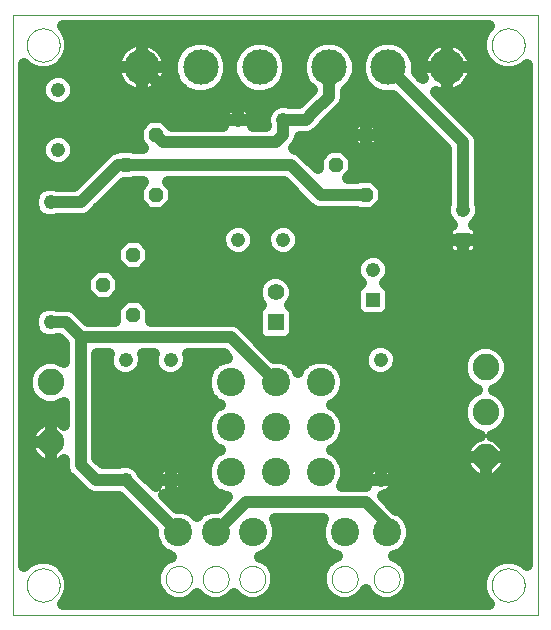
<source format=gtl>
G75*
G70*
%OFA0B0*%
%FSLAX24Y24*%
%IPPOS*%
%LPD*%
%AMOC8*
5,1,8,0,0,1.08239X$1,22.5*
%
%ADD10C,0.0000*%
%ADD11OC8,0.0476*%
%ADD12C,0.0476*%
%ADD13C,0.1181*%
%ADD14R,0.0476X0.0476*%
%ADD15C,0.0554*%
%ADD16R,0.0554X0.0554*%
%ADD17C,0.0886*%
%ADD18C,0.0945*%
%ADD19C,0.0400*%
D10*
X000302Y000302D02*
X000302Y020298D01*
X017797Y020298D01*
X017797Y000302D01*
X000302Y000302D01*
X000751Y001302D02*
X000753Y001349D01*
X000759Y001395D01*
X000769Y001441D01*
X000782Y001486D01*
X000800Y001529D01*
X000821Y001571D01*
X000845Y001611D01*
X000873Y001648D01*
X000904Y001683D01*
X000938Y001716D01*
X000974Y001745D01*
X001013Y001771D01*
X001054Y001794D01*
X001097Y001813D01*
X001141Y001829D01*
X001186Y001841D01*
X001232Y001849D01*
X001279Y001853D01*
X001325Y001853D01*
X001372Y001849D01*
X001418Y001841D01*
X001463Y001829D01*
X001507Y001813D01*
X001550Y001794D01*
X001591Y001771D01*
X001630Y001745D01*
X001666Y001716D01*
X001700Y001683D01*
X001731Y001648D01*
X001759Y001611D01*
X001783Y001571D01*
X001804Y001529D01*
X001822Y001486D01*
X001835Y001441D01*
X001845Y001395D01*
X001851Y001349D01*
X001853Y001302D01*
X001851Y001255D01*
X001845Y001209D01*
X001835Y001163D01*
X001822Y001118D01*
X001804Y001075D01*
X001783Y001033D01*
X001759Y000993D01*
X001731Y000956D01*
X001700Y000921D01*
X001666Y000888D01*
X001630Y000859D01*
X001591Y000833D01*
X001550Y000810D01*
X001507Y000791D01*
X001463Y000775D01*
X001418Y000763D01*
X001372Y000755D01*
X001325Y000751D01*
X001279Y000751D01*
X001232Y000755D01*
X001186Y000763D01*
X001141Y000775D01*
X001097Y000791D01*
X001054Y000810D01*
X001013Y000833D01*
X000974Y000859D01*
X000938Y000888D01*
X000904Y000921D01*
X000873Y000956D01*
X000845Y000993D01*
X000821Y001033D01*
X000800Y001075D01*
X000782Y001118D01*
X000769Y001163D01*
X000759Y001209D01*
X000753Y001255D01*
X000751Y001302D01*
X005394Y001502D02*
X005396Y001543D01*
X005402Y001584D01*
X005412Y001624D01*
X005425Y001663D01*
X005442Y001700D01*
X005463Y001736D01*
X005487Y001770D01*
X005514Y001801D01*
X005543Y001829D01*
X005576Y001855D01*
X005610Y001877D01*
X005647Y001896D01*
X005685Y001911D01*
X005725Y001923D01*
X005765Y001931D01*
X005806Y001935D01*
X005848Y001935D01*
X005889Y001931D01*
X005929Y001923D01*
X005969Y001911D01*
X006007Y001896D01*
X006043Y001877D01*
X006078Y001855D01*
X006111Y001829D01*
X006140Y001801D01*
X006167Y001770D01*
X006191Y001736D01*
X006212Y001700D01*
X006229Y001663D01*
X006242Y001624D01*
X006252Y001584D01*
X006258Y001543D01*
X006260Y001502D01*
X006258Y001461D01*
X006252Y001420D01*
X006242Y001380D01*
X006229Y001341D01*
X006212Y001304D01*
X006191Y001268D01*
X006167Y001234D01*
X006140Y001203D01*
X006111Y001175D01*
X006078Y001149D01*
X006044Y001127D01*
X006007Y001108D01*
X005969Y001093D01*
X005929Y001081D01*
X005889Y001073D01*
X005848Y001069D01*
X005806Y001069D01*
X005765Y001073D01*
X005725Y001081D01*
X005685Y001093D01*
X005647Y001108D01*
X005611Y001127D01*
X005576Y001149D01*
X005543Y001175D01*
X005514Y001203D01*
X005487Y001234D01*
X005463Y001268D01*
X005442Y001304D01*
X005425Y001341D01*
X005412Y001380D01*
X005402Y001420D01*
X005396Y001461D01*
X005394Y001502D01*
X006619Y001502D02*
X006621Y001543D01*
X006627Y001584D01*
X006637Y001624D01*
X006650Y001663D01*
X006667Y001700D01*
X006688Y001736D01*
X006712Y001770D01*
X006739Y001801D01*
X006768Y001829D01*
X006801Y001855D01*
X006835Y001877D01*
X006872Y001896D01*
X006910Y001911D01*
X006950Y001923D01*
X006990Y001931D01*
X007031Y001935D01*
X007073Y001935D01*
X007114Y001931D01*
X007154Y001923D01*
X007194Y001911D01*
X007232Y001896D01*
X007268Y001877D01*
X007303Y001855D01*
X007336Y001829D01*
X007365Y001801D01*
X007392Y001770D01*
X007416Y001736D01*
X007437Y001700D01*
X007454Y001663D01*
X007467Y001624D01*
X007477Y001584D01*
X007483Y001543D01*
X007485Y001502D01*
X007483Y001461D01*
X007477Y001420D01*
X007467Y001380D01*
X007454Y001341D01*
X007437Y001304D01*
X007416Y001268D01*
X007392Y001234D01*
X007365Y001203D01*
X007336Y001175D01*
X007303Y001149D01*
X007269Y001127D01*
X007232Y001108D01*
X007194Y001093D01*
X007154Y001081D01*
X007114Y001073D01*
X007073Y001069D01*
X007031Y001069D01*
X006990Y001073D01*
X006950Y001081D01*
X006910Y001093D01*
X006872Y001108D01*
X006836Y001127D01*
X006801Y001149D01*
X006768Y001175D01*
X006739Y001203D01*
X006712Y001234D01*
X006688Y001268D01*
X006667Y001304D01*
X006650Y001341D01*
X006637Y001380D01*
X006627Y001420D01*
X006621Y001461D01*
X006619Y001502D01*
X007844Y001502D02*
X007846Y001543D01*
X007852Y001584D01*
X007862Y001624D01*
X007875Y001663D01*
X007892Y001700D01*
X007913Y001736D01*
X007937Y001770D01*
X007964Y001801D01*
X007993Y001829D01*
X008026Y001855D01*
X008060Y001877D01*
X008097Y001896D01*
X008135Y001911D01*
X008175Y001923D01*
X008215Y001931D01*
X008256Y001935D01*
X008298Y001935D01*
X008339Y001931D01*
X008379Y001923D01*
X008419Y001911D01*
X008457Y001896D01*
X008493Y001877D01*
X008528Y001855D01*
X008561Y001829D01*
X008590Y001801D01*
X008617Y001770D01*
X008641Y001736D01*
X008662Y001700D01*
X008679Y001663D01*
X008692Y001624D01*
X008702Y001584D01*
X008708Y001543D01*
X008710Y001502D01*
X008708Y001461D01*
X008702Y001420D01*
X008692Y001380D01*
X008679Y001341D01*
X008662Y001304D01*
X008641Y001268D01*
X008617Y001234D01*
X008590Y001203D01*
X008561Y001175D01*
X008528Y001149D01*
X008494Y001127D01*
X008457Y001108D01*
X008419Y001093D01*
X008379Y001081D01*
X008339Y001073D01*
X008298Y001069D01*
X008256Y001069D01*
X008215Y001073D01*
X008175Y001081D01*
X008135Y001093D01*
X008097Y001108D01*
X008061Y001127D01*
X008026Y001149D01*
X007993Y001175D01*
X007964Y001203D01*
X007937Y001234D01*
X007913Y001268D01*
X007892Y001304D01*
X007875Y001341D01*
X007862Y001380D01*
X007852Y001420D01*
X007846Y001461D01*
X007844Y001502D01*
X010919Y001502D02*
X010921Y001543D01*
X010927Y001584D01*
X010937Y001624D01*
X010950Y001663D01*
X010967Y001700D01*
X010988Y001736D01*
X011012Y001770D01*
X011039Y001801D01*
X011068Y001829D01*
X011101Y001855D01*
X011135Y001877D01*
X011172Y001896D01*
X011210Y001911D01*
X011250Y001923D01*
X011290Y001931D01*
X011331Y001935D01*
X011373Y001935D01*
X011414Y001931D01*
X011454Y001923D01*
X011494Y001911D01*
X011532Y001896D01*
X011568Y001877D01*
X011603Y001855D01*
X011636Y001829D01*
X011665Y001801D01*
X011692Y001770D01*
X011716Y001736D01*
X011737Y001700D01*
X011754Y001663D01*
X011767Y001624D01*
X011777Y001584D01*
X011783Y001543D01*
X011785Y001502D01*
X011783Y001461D01*
X011777Y001420D01*
X011767Y001380D01*
X011754Y001341D01*
X011737Y001304D01*
X011716Y001268D01*
X011692Y001234D01*
X011665Y001203D01*
X011636Y001175D01*
X011603Y001149D01*
X011569Y001127D01*
X011532Y001108D01*
X011494Y001093D01*
X011454Y001081D01*
X011414Y001073D01*
X011373Y001069D01*
X011331Y001069D01*
X011290Y001073D01*
X011250Y001081D01*
X011210Y001093D01*
X011172Y001108D01*
X011136Y001127D01*
X011101Y001149D01*
X011068Y001175D01*
X011039Y001203D01*
X011012Y001234D01*
X010988Y001268D01*
X010967Y001304D01*
X010950Y001341D01*
X010937Y001380D01*
X010927Y001420D01*
X010921Y001461D01*
X010919Y001502D01*
X012319Y001502D02*
X012321Y001543D01*
X012327Y001584D01*
X012337Y001624D01*
X012350Y001663D01*
X012367Y001700D01*
X012388Y001736D01*
X012412Y001770D01*
X012439Y001801D01*
X012468Y001829D01*
X012501Y001855D01*
X012535Y001877D01*
X012572Y001896D01*
X012610Y001911D01*
X012650Y001923D01*
X012690Y001931D01*
X012731Y001935D01*
X012773Y001935D01*
X012814Y001931D01*
X012854Y001923D01*
X012894Y001911D01*
X012932Y001896D01*
X012968Y001877D01*
X013003Y001855D01*
X013036Y001829D01*
X013065Y001801D01*
X013092Y001770D01*
X013116Y001736D01*
X013137Y001700D01*
X013154Y001663D01*
X013167Y001624D01*
X013177Y001584D01*
X013183Y001543D01*
X013185Y001502D01*
X013183Y001461D01*
X013177Y001420D01*
X013167Y001380D01*
X013154Y001341D01*
X013137Y001304D01*
X013116Y001268D01*
X013092Y001234D01*
X013065Y001203D01*
X013036Y001175D01*
X013003Y001149D01*
X012969Y001127D01*
X012932Y001108D01*
X012894Y001093D01*
X012854Y001081D01*
X012814Y001073D01*
X012773Y001069D01*
X012731Y001069D01*
X012690Y001073D01*
X012650Y001081D01*
X012610Y001093D01*
X012572Y001108D01*
X012536Y001127D01*
X012501Y001149D01*
X012468Y001175D01*
X012439Y001203D01*
X012412Y001234D01*
X012388Y001268D01*
X012367Y001304D01*
X012350Y001341D01*
X012337Y001380D01*
X012327Y001420D01*
X012321Y001461D01*
X012319Y001502D01*
X016251Y001302D02*
X016253Y001349D01*
X016259Y001395D01*
X016269Y001441D01*
X016282Y001486D01*
X016300Y001529D01*
X016321Y001571D01*
X016345Y001611D01*
X016373Y001648D01*
X016404Y001683D01*
X016438Y001716D01*
X016474Y001745D01*
X016513Y001771D01*
X016554Y001794D01*
X016597Y001813D01*
X016641Y001829D01*
X016686Y001841D01*
X016732Y001849D01*
X016779Y001853D01*
X016825Y001853D01*
X016872Y001849D01*
X016918Y001841D01*
X016963Y001829D01*
X017007Y001813D01*
X017050Y001794D01*
X017091Y001771D01*
X017130Y001745D01*
X017166Y001716D01*
X017200Y001683D01*
X017231Y001648D01*
X017259Y001611D01*
X017283Y001571D01*
X017304Y001529D01*
X017322Y001486D01*
X017335Y001441D01*
X017345Y001395D01*
X017351Y001349D01*
X017353Y001302D01*
X017351Y001255D01*
X017345Y001209D01*
X017335Y001163D01*
X017322Y001118D01*
X017304Y001075D01*
X017283Y001033D01*
X017259Y000993D01*
X017231Y000956D01*
X017200Y000921D01*
X017166Y000888D01*
X017130Y000859D01*
X017091Y000833D01*
X017050Y000810D01*
X017007Y000791D01*
X016963Y000775D01*
X016918Y000763D01*
X016872Y000755D01*
X016825Y000751D01*
X016779Y000751D01*
X016732Y000755D01*
X016686Y000763D01*
X016641Y000775D01*
X016597Y000791D01*
X016554Y000810D01*
X016513Y000833D01*
X016474Y000859D01*
X016438Y000888D01*
X016404Y000921D01*
X016373Y000956D01*
X016345Y000993D01*
X016321Y001033D01*
X016300Y001075D01*
X016282Y001118D01*
X016269Y001163D01*
X016259Y001209D01*
X016253Y001255D01*
X016251Y001302D01*
X016251Y019302D02*
X016253Y019349D01*
X016259Y019395D01*
X016269Y019441D01*
X016282Y019486D01*
X016300Y019529D01*
X016321Y019571D01*
X016345Y019611D01*
X016373Y019648D01*
X016404Y019683D01*
X016438Y019716D01*
X016474Y019745D01*
X016513Y019771D01*
X016554Y019794D01*
X016597Y019813D01*
X016641Y019829D01*
X016686Y019841D01*
X016732Y019849D01*
X016779Y019853D01*
X016825Y019853D01*
X016872Y019849D01*
X016918Y019841D01*
X016963Y019829D01*
X017007Y019813D01*
X017050Y019794D01*
X017091Y019771D01*
X017130Y019745D01*
X017166Y019716D01*
X017200Y019683D01*
X017231Y019648D01*
X017259Y019611D01*
X017283Y019571D01*
X017304Y019529D01*
X017322Y019486D01*
X017335Y019441D01*
X017345Y019395D01*
X017351Y019349D01*
X017353Y019302D01*
X017351Y019255D01*
X017345Y019209D01*
X017335Y019163D01*
X017322Y019118D01*
X017304Y019075D01*
X017283Y019033D01*
X017259Y018993D01*
X017231Y018956D01*
X017200Y018921D01*
X017166Y018888D01*
X017130Y018859D01*
X017091Y018833D01*
X017050Y018810D01*
X017007Y018791D01*
X016963Y018775D01*
X016918Y018763D01*
X016872Y018755D01*
X016825Y018751D01*
X016779Y018751D01*
X016732Y018755D01*
X016686Y018763D01*
X016641Y018775D01*
X016597Y018791D01*
X016554Y018810D01*
X016513Y018833D01*
X016474Y018859D01*
X016438Y018888D01*
X016404Y018921D01*
X016373Y018956D01*
X016345Y018993D01*
X016321Y019033D01*
X016300Y019075D01*
X016282Y019118D01*
X016269Y019163D01*
X016259Y019209D01*
X016253Y019255D01*
X016251Y019302D01*
X000751Y019302D02*
X000753Y019349D01*
X000759Y019395D01*
X000769Y019441D01*
X000782Y019486D01*
X000800Y019529D01*
X000821Y019571D01*
X000845Y019611D01*
X000873Y019648D01*
X000904Y019683D01*
X000938Y019716D01*
X000974Y019745D01*
X001013Y019771D01*
X001054Y019794D01*
X001097Y019813D01*
X001141Y019829D01*
X001186Y019841D01*
X001232Y019849D01*
X001279Y019853D01*
X001325Y019853D01*
X001372Y019849D01*
X001418Y019841D01*
X001463Y019829D01*
X001507Y019813D01*
X001550Y019794D01*
X001591Y019771D01*
X001630Y019745D01*
X001666Y019716D01*
X001700Y019683D01*
X001731Y019648D01*
X001759Y019611D01*
X001783Y019571D01*
X001804Y019529D01*
X001822Y019486D01*
X001835Y019441D01*
X001845Y019395D01*
X001851Y019349D01*
X001853Y019302D01*
X001851Y019255D01*
X001845Y019209D01*
X001835Y019163D01*
X001822Y019118D01*
X001804Y019075D01*
X001783Y019033D01*
X001759Y018993D01*
X001731Y018956D01*
X001700Y018921D01*
X001666Y018888D01*
X001630Y018859D01*
X001591Y018833D01*
X001550Y018810D01*
X001507Y018791D01*
X001463Y018775D01*
X001418Y018763D01*
X001372Y018755D01*
X001325Y018751D01*
X001279Y018751D01*
X001232Y018755D01*
X001186Y018763D01*
X001141Y018775D01*
X001097Y018791D01*
X001054Y018810D01*
X001013Y018833D01*
X000974Y018859D01*
X000938Y018888D01*
X000904Y018921D01*
X000873Y018956D01*
X000845Y018993D01*
X000821Y019033D01*
X000800Y019075D01*
X000782Y019118D01*
X000769Y019163D01*
X000759Y019209D01*
X000753Y019255D01*
X000751Y019302D01*
D11*
X004052Y015302D03*
X005052Y014302D03*
X005052Y016302D03*
X004302Y012302D03*
X003302Y011302D03*
X004302Y010302D03*
X011052Y015302D03*
X012052Y014302D03*
X012052Y016302D03*
D12*
X009302Y016802D03*
X007802Y016802D03*
X007802Y012802D03*
X009302Y012802D03*
X012302Y011802D03*
X012552Y008802D03*
X012552Y004802D03*
X005552Y004802D03*
X004052Y004802D03*
X004052Y008802D03*
X005552Y008802D03*
X001552Y010052D03*
X001552Y014052D03*
X001802Y015802D03*
X001802Y017802D03*
X015302Y013802D03*
D13*
X014771Y018552D03*
X012802Y018552D03*
X010834Y018552D03*
X008521Y018552D03*
X006552Y018552D03*
X004584Y018552D03*
D14*
X012302Y010802D03*
X015302Y012802D03*
D15*
X009052Y011052D03*
D16*
X009052Y010052D03*
D17*
X016052Y008552D03*
X016052Y007052D03*
X016052Y005552D03*
X001552Y006052D03*
X001552Y008052D03*
D18*
X005802Y003052D03*
X007052Y003052D03*
X008302Y003052D03*
X007552Y005052D03*
X007552Y006552D03*
X007552Y008052D03*
X009052Y008052D03*
X009052Y006552D03*
X009052Y005052D03*
X010552Y005052D03*
X010552Y006552D03*
X010552Y008052D03*
X011352Y003052D03*
X012752Y003052D03*
D19*
X012752Y003352D01*
X012052Y004052D01*
X008052Y004052D01*
X007052Y003052D01*
X006427Y003605D02*
X006274Y003758D01*
X005968Y003885D01*
X005762Y003885D01*
X005339Y004307D01*
X005346Y004304D01*
X005426Y004278D01*
X005510Y004265D01*
X005552Y004265D01*
X005552Y004802D01*
X005015Y004802D01*
X005015Y004760D01*
X005028Y004676D01*
X005054Y004596D01*
X005057Y004589D01*
X004597Y005050D01*
X004559Y005141D01*
X004391Y005309D01*
X004171Y005400D01*
X003933Y005400D01*
X003842Y005362D01*
X003284Y005362D01*
X003112Y005534D01*
X003112Y008992D01*
X003484Y008992D01*
X003455Y008921D01*
X003455Y008683D01*
X003546Y008464D01*
X003714Y008296D01*
X003933Y008205D01*
X004171Y008205D01*
X004391Y008296D01*
X004559Y008464D01*
X004650Y008683D01*
X004650Y008921D01*
X004621Y008992D01*
X004984Y008992D01*
X004955Y008921D01*
X004955Y008683D01*
X005046Y008464D01*
X005214Y008296D01*
X005433Y008205D01*
X005671Y008205D01*
X005891Y008296D01*
X006059Y008464D01*
X006150Y008683D01*
X006150Y008921D01*
X006121Y008992D01*
X007320Y008992D01*
X007428Y008885D01*
X007387Y008885D01*
X007081Y008758D01*
X006847Y008524D01*
X006720Y008218D01*
X006720Y007887D01*
X006847Y007581D01*
X007081Y007347D01*
X007188Y007302D01*
X007081Y007258D01*
X006847Y007024D01*
X006720Y006718D01*
X006720Y006387D01*
X006847Y006081D01*
X007081Y005847D01*
X007188Y005802D01*
X007081Y005758D01*
X006847Y005524D01*
X006720Y005218D01*
X006720Y004887D01*
X006847Y004581D01*
X007081Y004347D01*
X007387Y004220D01*
X007428Y004220D01*
X007093Y003885D01*
X006887Y003885D01*
X006581Y003758D01*
X006427Y003605D01*
X005802Y003052D02*
X004052Y004802D01*
X003052Y004802D01*
X002552Y005302D01*
X002552Y009552D01*
X007552Y009552D01*
X009052Y008052D01*
X009524Y008758D02*
X009218Y008885D01*
X009012Y008885D01*
X007870Y010027D01*
X007664Y010112D01*
X007441Y010112D01*
X004900Y010112D01*
X004900Y010550D01*
X004550Y010900D01*
X004055Y010900D01*
X003705Y010550D01*
X003705Y010112D01*
X002784Y010112D01*
X002370Y010527D01*
X002164Y010612D01*
X001941Y010612D01*
X001763Y010612D01*
X001671Y010650D01*
X001433Y010650D01*
X001214Y010559D01*
X001046Y010391D01*
X000955Y010171D01*
X000955Y009933D01*
X001046Y009714D01*
X001214Y009546D01*
X001433Y009455D01*
X001671Y009455D01*
X001763Y009492D01*
X001820Y009492D01*
X001992Y009320D01*
X001992Y008739D01*
X001712Y008855D01*
X001393Y008855D01*
X001098Y008733D01*
X000872Y008507D01*
X000749Y008212D01*
X000749Y007893D01*
X000872Y007598D01*
X001098Y007372D01*
X001393Y007249D01*
X001712Y007249D01*
X001992Y007366D01*
X001992Y006651D01*
X001966Y006671D01*
X001882Y006720D01*
X001792Y006757D01*
X001698Y006783D01*
X001601Y006795D01*
X001553Y006795D01*
X001553Y006053D01*
X001552Y006053D01*
X001552Y006795D01*
X001504Y006795D01*
X001407Y006783D01*
X001313Y006757D01*
X001223Y006720D01*
X001139Y006671D01*
X001061Y006612D01*
X000993Y006543D01*
X000933Y006466D01*
X000885Y006382D01*
X000847Y006292D01*
X000822Y006198D01*
X000809Y006101D01*
X000809Y006053D01*
X001552Y006053D01*
X001552Y006052D01*
X001553Y006052D01*
X001553Y005309D01*
X001601Y005309D01*
X001698Y005322D01*
X001792Y005347D01*
X001882Y005385D01*
X001966Y005433D01*
X001992Y005454D01*
X001992Y005191D01*
X002078Y004985D01*
X002235Y004828D01*
X002735Y004328D01*
X002941Y004242D01*
X003164Y004242D01*
X003820Y004242D01*
X004970Y003093D01*
X004970Y002887D01*
X005097Y002581D01*
X005331Y002347D01*
X005562Y002251D01*
X005378Y002175D01*
X005155Y001952D01*
X005034Y001660D01*
X005034Y001345D01*
X005155Y001053D01*
X005378Y000830D01*
X005670Y000709D01*
X005985Y000709D01*
X006277Y000830D01*
X006440Y000993D01*
X006603Y000830D01*
X006895Y000709D01*
X007210Y000709D01*
X007502Y000830D01*
X007665Y000993D01*
X007828Y000830D01*
X008120Y000709D01*
X008435Y000709D01*
X008727Y000830D01*
X008950Y001053D01*
X009070Y001345D01*
X009070Y001660D01*
X008950Y001952D01*
X008727Y002175D01*
X008543Y002251D01*
X008774Y002347D01*
X009008Y002581D01*
X009135Y002887D01*
X009135Y003218D01*
X009021Y003492D01*
X010634Y003492D01*
X010520Y003218D01*
X010520Y002887D01*
X010647Y002581D01*
X010881Y002347D01*
X011100Y002256D01*
X010903Y002175D01*
X010680Y001952D01*
X010559Y001660D01*
X010559Y001345D01*
X010680Y001053D01*
X010903Y000830D01*
X011195Y000709D01*
X011510Y000709D01*
X011802Y000830D01*
X012025Y001053D01*
X012052Y001120D01*
X012080Y001053D01*
X012303Y000830D01*
X012595Y000709D01*
X012910Y000709D01*
X013202Y000830D01*
X013425Y001053D01*
X013545Y001345D01*
X013545Y001660D01*
X013425Y001952D01*
X013202Y002175D01*
X013005Y002256D01*
X013224Y002347D01*
X013458Y002581D01*
X013585Y002887D01*
X013585Y003218D01*
X013458Y003524D01*
X013224Y003758D01*
X013078Y003818D01*
X012627Y004270D01*
X012678Y004278D01*
X012759Y004304D01*
X012834Y004342D01*
X012903Y004392D01*
X012963Y004452D01*
X013012Y004520D01*
X013051Y004596D01*
X013077Y004676D01*
X013090Y004760D01*
X013090Y004802D01*
X012553Y004802D01*
X012553Y004803D01*
X012552Y004803D01*
X012552Y005340D01*
X012510Y005340D01*
X012426Y005327D01*
X012346Y005301D01*
X012270Y005262D01*
X012202Y005213D01*
X012142Y005153D01*
X012092Y005084D01*
X012054Y005009D01*
X012028Y004928D01*
X012015Y004845D01*
X012015Y004803D01*
X012552Y004803D01*
X012552Y004802D01*
X012015Y004802D01*
X012015Y004760D01*
X012028Y004676D01*
X012049Y004612D01*
X011271Y004612D01*
X011385Y004887D01*
X011385Y005218D01*
X011258Y005524D01*
X011024Y005758D01*
X010917Y005802D01*
X011024Y005847D01*
X011258Y006081D01*
X011385Y006387D01*
X011385Y006718D01*
X011258Y007024D01*
X011024Y007258D01*
X010917Y007302D01*
X011024Y007347D01*
X011258Y007581D01*
X011385Y007887D01*
X011385Y008218D01*
X011258Y008524D01*
X011024Y008758D01*
X010718Y008885D01*
X010387Y008885D01*
X010081Y008758D01*
X009847Y008524D01*
X009802Y008417D01*
X009758Y008524D01*
X009524Y008758D01*
X009610Y008672D02*
X009995Y008672D01*
X009533Y009470D02*
X009635Y009571D01*
X009689Y009704D01*
X009689Y010401D01*
X009635Y010533D01*
X009535Y010634D01*
X009592Y010691D01*
X009689Y010926D01*
X009689Y011179D01*
X009592Y011413D01*
X009413Y011592D01*
X009179Y011689D01*
X008926Y011689D01*
X008691Y011592D01*
X008512Y011413D01*
X008415Y011179D01*
X008415Y010926D01*
X008512Y010691D01*
X008570Y010634D01*
X008470Y010533D01*
X008415Y010401D01*
X008415Y009704D01*
X008470Y009571D01*
X008571Y009470D01*
X008704Y009415D01*
X009401Y009415D01*
X009533Y009470D01*
X009531Y009469D02*
X017437Y009469D01*
X017437Y009070D02*
X016670Y009070D01*
X016733Y009007D02*
X016507Y009233D01*
X016212Y009355D01*
X015893Y009355D01*
X015598Y009233D01*
X015372Y009007D01*
X015249Y008712D01*
X015249Y008393D01*
X015372Y008098D01*
X015598Y007872D01*
X015765Y007802D01*
X015598Y007733D01*
X015372Y007507D01*
X015249Y007212D01*
X015249Y006893D01*
X015372Y006598D01*
X015598Y006372D01*
X015850Y006267D01*
X015813Y006257D01*
X015723Y006220D01*
X015639Y006171D01*
X015561Y006112D01*
X015493Y006043D01*
X015433Y005966D01*
X015385Y005882D01*
X011059Y005882D01*
X011275Y005483D02*
X015312Y005483D01*
X015309Y005504D02*
X015322Y005407D01*
X015347Y005313D01*
X015385Y005223D01*
X015433Y005139D01*
X015493Y005061D01*
X015561Y004993D01*
X015639Y004933D01*
X015723Y004885D01*
X015813Y004847D01*
X015907Y004822D01*
X016004Y004809D01*
X016052Y004809D01*
X016052Y005552D01*
X015309Y005552D01*
X015309Y005504D01*
X015309Y005553D02*
X016052Y005553D01*
X016052Y005552D01*
X016053Y005552D01*
X016053Y005553D01*
X016795Y005553D01*
X016795Y005601D01*
X016783Y005698D01*
X016757Y005792D01*
X016720Y005882D01*
X017437Y005882D01*
X017437Y006281D02*
X016287Y006281D01*
X016292Y006257D02*
X016255Y006267D01*
X016507Y006372D01*
X016733Y006598D01*
X016855Y006893D01*
X016855Y007212D01*
X016733Y007507D01*
X016507Y007733D01*
X016340Y007802D01*
X016507Y007872D01*
X016733Y008098D01*
X016855Y008393D01*
X016855Y008712D01*
X016733Y009007D01*
X016855Y008672D02*
X017437Y008672D01*
X017437Y008273D02*
X016806Y008273D01*
X016510Y007875D02*
X017437Y007875D01*
X017437Y007476D02*
X016746Y007476D01*
X016855Y007078D02*
X017437Y007078D01*
X017437Y006679D02*
X016767Y006679D01*
X016466Y006171D02*
X016382Y006220D01*
X016292Y006257D01*
X016466Y006171D02*
X016543Y006112D01*
X016612Y006043D01*
X016671Y005966D01*
X016720Y005882D01*
X016795Y005552D02*
X016053Y005552D01*
X016053Y004809D01*
X016101Y004809D01*
X016198Y004822D01*
X016292Y004847D01*
X016382Y004885D01*
X016466Y004933D01*
X016543Y004993D01*
X016612Y005061D01*
X016671Y005139D01*
X016720Y005223D01*
X016757Y005313D01*
X016783Y005407D01*
X016795Y005504D01*
X016795Y005552D01*
X016793Y005483D02*
X017437Y005483D01*
X017437Y005085D02*
X016630Y005085D01*
X016053Y005085D02*
X016052Y005085D01*
X016052Y005483D02*
X016053Y005483D01*
X015475Y005085D02*
X013012Y005085D01*
X013012Y005084D02*
X012963Y005153D01*
X012903Y005213D01*
X012834Y005262D01*
X012759Y005301D01*
X012678Y005327D01*
X012595Y005340D01*
X012553Y005340D01*
X012553Y004803D01*
X013090Y004803D01*
X013090Y004845D01*
X013077Y004928D01*
X013051Y005009D01*
X013012Y005084D01*
X013078Y004686D02*
X017437Y004686D01*
X017437Y004288D02*
X012709Y004288D01*
X013007Y003889D02*
X017437Y003889D01*
X017437Y003491D02*
X013472Y003491D01*
X013585Y003092D02*
X017437Y003092D01*
X017437Y002694D02*
X013505Y002694D01*
X013099Y002295D02*
X017437Y002295D01*
X017318Y002075D02*
X016984Y002214D01*
X016621Y002214D01*
X016286Y002075D01*
X016030Y001818D01*
X015891Y001484D01*
X015891Y001121D01*
X016030Y000786D01*
X016154Y000662D01*
X001951Y000662D01*
X002075Y000786D01*
X002214Y001121D01*
X002214Y001484D01*
X002075Y001818D01*
X001818Y002075D01*
X001484Y002214D01*
X001121Y002214D01*
X000786Y002075D01*
X000662Y001951D01*
X000662Y018654D01*
X000786Y018530D01*
X001121Y018391D01*
X001484Y018391D01*
X001818Y018530D01*
X002075Y018786D01*
X002214Y019121D01*
X002214Y019484D01*
X002075Y019818D01*
X001955Y019938D01*
X016150Y019938D01*
X016030Y019818D01*
X015891Y019484D01*
X015891Y019121D01*
X016030Y018786D01*
X016286Y018530D01*
X016621Y018391D01*
X016984Y018391D01*
X017318Y018530D01*
X017437Y018649D01*
X017437Y001956D01*
X017318Y002075D01*
X016108Y001897D02*
X013447Y001897D01*
X013545Y001498D02*
X015897Y001498D01*
X015900Y001099D02*
X013444Y001099D01*
X012061Y001099D02*
X012044Y001099D01*
X011005Y002295D02*
X008649Y002295D01*
X008972Y001897D02*
X010657Y001897D01*
X010559Y001498D02*
X009070Y001498D01*
X008969Y001099D02*
X010661Y001099D01*
X010600Y002694D02*
X009055Y002694D01*
X009135Y003092D02*
X010520Y003092D01*
X010633Y003491D02*
X009022Y003491D01*
X007097Y003889D02*
X005757Y003889D01*
X005678Y004278D02*
X005595Y004265D01*
X005553Y004265D01*
X005553Y004802D01*
X005553Y004803D01*
X005552Y004803D01*
X005552Y005340D01*
X005510Y005340D01*
X005426Y005327D01*
X005346Y005301D01*
X005270Y005262D01*
X005202Y005213D01*
X005142Y005153D01*
X005092Y005084D01*
X005054Y005009D01*
X005028Y004928D01*
X005015Y004845D01*
X005015Y004803D01*
X005552Y004803D01*
X005552Y004802D01*
X005553Y004802D01*
X006090Y004802D01*
X006090Y004760D01*
X006077Y004676D01*
X006051Y004596D01*
X006012Y004520D01*
X005963Y004452D01*
X005903Y004392D01*
X005834Y004342D01*
X005759Y004304D01*
X005678Y004278D01*
X005709Y004288D02*
X007223Y004288D01*
X006803Y004686D02*
X006078Y004686D01*
X006090Y004803D02*
X006090Y004845D01*
X006077Y004928D01*
X006051Y005009D01*
X006012Y005084D01*
X005963Y005153D01*
X005903Y005213D01*
X005834Y005262D01*
X005759Y005301D01*
X005678Y005327D01*
X005595Y005340D01*
X005553Y005340D01*
X005553Y004803D01*
X006090Y004803D01*
X006012Y005085D02*
X006720Y005085D01*
X006830Y005483D02*
X003163Y005483D01*
X003112Y005882D02*
X007045Y005882D01*
X006764Y006281D02*
X003112Y006281D01*
X003112Y006679D02*
X006720Y006679D01*
X006900Y007078D02*
X003112Y007078D01*
X003112Y007476D02*
X006951Y007476D01*
X006725Y007875D02*
X003112Y007875D01*
X003112Y008273D02*
X003768Y008273D01*
X003459Y008672D02*
X003112Y008672D01*
X002552Y009552D02*
X002052Y010052D01*
X001552Y010052D01*
X000994Y010266D02*
X000662Y010266D01*
X000662Y010664D02*
X003819Y010664D01*
X003550Y010705D02*
X003900Y011055D01*
X003900Y011550D01*
X003550Y011900D01*
X003055Y011900D01*
X002705Y011550D01*
X002705Y011055D01*
X003055Y010705D01*
X003550Y010705D01*
X003705Y010266D02*
X002631Y010266D01*
X002705Y011063D02*
X000662Y011063D01*
X000662Y011462D02*
X002705Y011462D01*
X003015Y011860D02*
X000662Y011860D01*
X000662Y012259D02*
X003705Y012259D01*
X003705Y012055D02*
X004055Y011705D01*
X004550Y011705D01*
X004900Y012055D01*
X004900Y012550D01*
X004550Y012900D01*
X004055Y012900D01*
X003705Y012550D01*
X003705Y012055D01*
X003590Y011860D02*
X003899Y011860D01*
X003900Y011462D02*
X008561Y011462D01*
X008415Y011063D02*
X003900Y011063D01*
X004706Y011860D02*
X011705Y011860D01*
X011705Y011921D02*
X011705Y011683D01*
X011796Y011464D01*
X011898Y011361D01*
X011861Y011345D01*
X011759Y011244D01*
X011705Y011112D01*
X011705Y010493D01*
X011759Y010361D01*
X011861Y010259D01*
X011993Y010205D01*
X012612Y010205D01*
X012744Y010259D01*
X012845Y010361D01*
X012900Y010493D01*
X012900Y011112D01*
X012845Y011244D01*
X012744Y011345D01*
X012706Y011361D01*
X012809Y011464D01*
X012900Y011683D01*
X012900Y011921D01*
X012809Y012141D01*
X012641Y012309D01*
X012421Y012400D01*
X012183Y012400D01*
X011964Y012309D01*
X011796Y012141D01*
X011705Y011921D01*
X011913Y012259D02*
X009552Y012259D01*
X009641Y012296D02*
X009421Y012205D01*
X009183Y012205D01*
X008964Y012296D01*
X008796Y012464D01*
X008705Y012683D01*
X008705Y012921D01*
X008796Y013141D01*
X008964Y013309D01*
X009183Y013400D01*
X009421Y013400D01*
X009641Y013309D01*
X009809Y013141D01*
X009900Y012921D01*
X009900Y012683D01*
X009809Y012464D01*
X009641Y012296D01*
X009889Y012657D02*
X014765Y012657D01*
X014765Y012535D02*
X014776Y012477D01*
X014799Y012422D01*
X014832Y012373D01*
X014873Y012332D01*
X014922Y012299D01*
X014977Y012276D01*
X015035Y012265D01*
X015302Y012265D01*
X015302Y012802D01*
X015303Y012802D01*
X015303Y012803D01*
X015840Y012803D01*
X015840Y013070D01*
X015829Y013128D01*
X015806Y013182D01*
X015773Y013231D01*
X015731Y013273D01*
X015682Y013306D01*
X015660Y013315D01*
X015809Y013464D01*
X015900Y013683D01*
X015900Y013921D01*
X015862Y014013D01*
X015862Y015941D01*
X015862Y016164D01*
X015777Y016370D01*
X014408Y017739D01*
X014484Y017707D01*
X014597Y017677D01*
X014712Y017662D01*
X014771Y017662D01*
X014829Y017662D01*
X014945Y017677D01*
X015058Y017707D01*
X015166Y017752D01*
X015267Y017810D01*
X015359Y017881D01*
X015442Y017964D01*
X015513Y018057D01*
X015571Y018158D01*
X015616Y018265D01*
X015646Y018378D01*
X015661Y018494D01*
X015661Y018552D01*
X014771Y018552D01*
X014771Y017662D01*
X014771Y018552D01*
X014771Y018552D01*
X014771Y018553D01*
X014771Y018553D01*
X014771Y019443D01*
X014829Y019443D01*
X014945Y019428D01*
X015058Y019397D01*
X015166Y019353D01*
X015267Y019294D01*
X015359Y019223D01*
X015442Y019141D01*
X015513Y019048D01*
X015571Y018947D01*
X015616Y018839D01*
X015646Y018726D01*
X015661Y018611D01*
X015661Y018553D01*
X014771Y018553D01*
X014771Y019443D01*
X014712Y019443D01*
X014597Y019428D01*
X014484Y019397D01*
X014376Y019353D01*
X014275Y019294D01*
X014182Y019223D01*
X014100Y019141D01*
X014029Y019048D01*
X013970Y018947D01*
X013926Y018839D01*
X013896Y018726D01*
X013880Y018611D01*
X013880Y018553D01*
X014770Y018553D01*
X014770Y018552D01*
X013880Y018552D01*
X013880Y018494D01*
X013896Y018378D01*
X013926Y018265D01*
X013957Y018189D01*
X013753Y018394D01*
X013753Y018741D01*
X013608Y019091D01*
X013341Y019358D01*
X012991Y019503D01*
X012613Y019503D01*
X012264Y019358D01*
X011997Y019091D01*
X011852Y018741D01*
X011852Y018363D01*
X011997Y018014D01*
X012264Y017747D01*
X012613Y017602D01*
X012961Y017602D01*
X014742Y015820D01*
X014742Y014013D01*
X014705Y013921D01*
X014705Y013683D01*
X014796Y013464D01*
X014944Y013315D01*
X014922Y013306D01*
X014873Y013273D01*
X014832Y013231D01*
X014799Y013182D01*
X014776Y013128D01*
X014765Y013070D01*
X014765Y012803D01*
X015302Y012803D01*
X015302Y012802D01*
X014765Y012802D01*
X014765Y012535D01*
X014765Y013056D02*
X009844Y013056D01*
X010235Y013828D02*
X010441Y013742D01*
X011767Y013742D01*
X011805Y013705D01*
X012300Y013705D01*
X012650Y014055D01*
X012650Y014550D01*
X012300Y014900D01*
X011805Y014900D01*
X011767Y014862D01*
X011458Y014862D01*
X011650Y015055D01*
X011650Y015550D01*
X011300Y015900D01*
X010805Y015900D01*
X010455Y015550D01*
X010455Y015192D01*
X009870Y015777D01*
X009664Y015862D01*
X009654Y015862D01*
X009777Y015985D01*
X009862Y016191D01*
X009862Y016242D01*
X010164Y016242D01*
X010370Y016328D01*
X010527Y016485D01*
X010777Y016735D01*
X011309Y017267D01*
X011394Y017472D01*
X011394Y017695D01*
X011394Y017768D01*
X011640Y018014D01*
X011784Y018363D01*
X011784Y018741D01*
X011640Y019091D01*
X011372Y019358D01*
X011023Y019503D01*
X010645Y019503D01*
X010295Y019358D01*
X010028Y019091D01*
X009883Y018741D01*
X009883Y018363D01*
X010028Y018014D01*
X010250Y017792D01*
X009985Y017527D01*
X009820Y017362D01*
X009512Y017362D01*
X009421Y017400D01*
X009183Y017400D01*
X008964Y017309D01*
X008796Y017141D01*
X008705Y016921D01*
X008705Y016683D01*
X008734Y016612D01*
X008306Y016612D01*
X008327Y016676D01*
X008340Y016760D01*
X008340Y016802D01*
X007803Y016802D01*
X007803Y016803D01*
X007802Y016803D01*
X007802Y017340D01*
X007760Y017340D01*
X007676Y017327D01*
X007596Y017301D01*
X007520Y017262D01*
X007452Y017213D01*
X007392Y017153D01*
X007342Y017084D01*
X007304Y017009D01*
X007278Y016928D01*
X007265Y016845D01*
X007265Y016803D01*
X007802Y016803D01*
X007802Y016802D01*
X007265Y016802D01*
X007265Y016760D01*
X007278Y016676D01*
X007299Y016612D01*
X005588Y016612D01*
X005300Y016900D01*
X004805Y016900D01*
X004455Y016550D01*
X004455Y016055D01*
X004647Y015862D01*
X004338Y015862D01*
X004300Y015900D01*
X003805Y015900D01*
X003767Y015862D01*
X003691Y015862D01*
X003485Y015777D01*
X002320Y014612D01*
X001763Y014612D01*
X001671Y014650D01*
X001433Y014650D01*
X000662Y014650D01*
X000662Y015048D02*
X002756Y015048D01*
X002358Y014650D02*
X001672Y014650D01*
X001433Y014650D02*
X001214Y014559D01*
X001046Y014391D01*
X000955Y014171D01*
X000955Y013933D01*
X001046Y013714D01*
X001214Y013546D01*
X001433Y013455D01*
X001671Y013455D01*
X001763Y013492D01*
X002664Y013492D01*
X002870Y013578D01*
X003027Y013735D01*
X003996Y014705D01*
X004300Y014705D01*
X004338Y014742D01*
X004647Y014742D01*
X004455Y014550D01*
X004455Y014055D01*
X004805Y013705D01*
X005300Y013705D01*
X005650Y014055D01*
X005650Y014550D01*
X005458Y014742D01*
X009320Y014742D01*
X010078Y013985D01*
X010235Y013828D01*
X010210Y013853D02*
X005448Y013853D01*
X005650Y014251D02*
X009811Y014251D01*
X009413Y014650D02*
X005550Y014650D01*
X004555Y014650D02*
X003942Y014650D01*
X003543Y014251D02*
X004455Y014251D01*
X004656Y013853D02*
X003145Y013853D01*
X002552Y014052D02*
X001552Y014052D01*
X000988Y013853D02*
X000662Y013853D01*
X000662Y014251D02*
X000988Y014251D01*
X000662Y013454D02*
X014805Y013454D01*
X014705Y013853D02*
X012448Y013853D01*
X012650Y014251D02*
X014742Y014251D01*
X014742Y014650D02*
X012550Y014650D01*
X012052Y014302D02*
X010552Y014302D01*
X009552Y015302D01*
X004052Y015302D01*
X003802Y015302D01*
X002552Y014052D01*
X002141Y015296D02*
X001921Y015205D01*
X001683Y015205D01*
X001464Y015296D01*
X001296Y015464D01*
X001205Y015683D01*
X001205Y015921D01*
X001296Y016141D01*
X001464Y016309D01*
X001683Y016400D01*
X001921Y016400D01*
X002141Y016309D01*
X002309Y016141D01*
X002400Y015921D01*
X002400Y015683D01*
X002309Y015464D01*
X002141Y015296D01*
X002292Y015447D02*
X003155Y015447D01*
X003650Y015846D02*
X002400Y015846D01*
X002206Y016244D02*
X004455Y016244D01*
X004547Y016643D02*
X000662Y016643D01*
X000662Y017041D02*
X007321Y017041D01*
X007289Y016643D02*
X005557Y016643D01*
X005052Y016302D02*
X005302Y016052D01*
X009052Y016052D01*
X009302Y016302D01*
X009302Y016802D01*
X010052Y016802D01*
X010302Y017052D01*
X010834Y017584D01*
X010834Y018552D01*
X011193Y019432D02*
X012443Y019432D01*
X011973Y019034D02*
X011663Y019034D01*
X011784Y018635D02*
X011852Y018635D01*
X011904Y018237D02*
X011732Y018237D01*
X011464Y017838D02*
X012172Y017838D01*
X012802Y018552D02*
X015302Y016052D01*
X015302Y013802D01*
X015900Y013853D02*
X017437Y013853D01*
X017437Y014251D02*
X015862Y014251D01*
X015862Y014650D02*
X017437Y014650D01*
X017437Y015048D02*
X015862Y015048D01*
X015862Y015447D02*
X017437Y015447D01*
X017437Y015846D02*
X015862Y015846D01*
X015829Y016244D02*
X017437Y016244D01*
X017437Y016643D02*
X015504Y016643D01*
X015105Y017041D02*
X017437Y017041D01*
X017437Y017440D02*
X014707Y017440D01*
X014771Y017838D02*
X014771Y017838D01*
X014771Y018237D02*
X014771Y018237D01*
X014771Y018635D02*
X014771Y018635D01*
X014771Y019034D02*
X014771Y019034D01*
X014771Y019432D02*
X014771Y019432D01*
X014909Y019432D02*
X015891Y019432D01*
X015927Y019034D02*
X015521Y019034D01*
X015658Y018635D02*
X016181Y018635D01*
X015604Y018237D02*
X017437Y018237D01*
X017424Y018635D02*
X017437Y018635D01*
X017437Y017838D02*
X015303Y017838D01*
X014021Y019034D02*
X013632Y019034D01*
X013753Y018635D02*
X013884Y018635D01*
X013910Y018237D02*
X013938Y018237D01*
X013123Y017440D02*
X011380Y017440D01*
X011083Y017041D02*
X013522Y017041D01*
X013920Y016643D02*
X012473Y016643D01*
X012590Y016525D02*
X012275Y016840D01*
X012053Y016840D01*
X012053Y016303D01*
X012590Y016303D01*
X012590Y016525D01*
X012590Y016302D02*
X012053Y016302D01*
X012053Y016303D01*
X012052Y016303D01*
X012052Y016840D01*
X011830Y016840D01*
X011515Y016525D01*
X011515Y016303D01*
X012052Y016303D01*
X012052Y016302D01*
X012053Y016302D01*
X012053Y015765D01*
X012275Y015765D01*
X012590Y016080D01*
X012590Y016302D01*
X012590Y016244D02*
X014319Y016244D01*
X014717Y015846D02*
X012356Y015846D01*
X012053Y015846D02*
X012052Y015846D01*
X012052Y015765D02*
X012052Y016302D01*
X011515Y016302D01*
X011515Y016080D01*
X011830Y015765D01*
X012052Y015765D01*
X011749Y015846D02*
X011355Y015846D01*
X011515Y016244D02*
X010168Y016244D01*
X010685Y016643D02*
X011632Y016643D01*
X012052Y016643D02*
X012053Y016643D01*
X012052Y016244D02*
X012053Y016244D01*
X011650Y015447D02*
X014742Y015447D01*
X014742Y015048D02*
X011644Y015048D01*
X010750Y015846D02*
X009704Y015846D01*
X010200Y015447D02*
X010455Y015447D01*
X008721Y016643D02*
X008316Y016643D01*
X008340Y016803D02*
X008340Y016845D01*
X008327Y016928D01*
X008301Y017009D01*
X008262Y017084D01*
X008213Y017153D01*
X008153Y017213D01*
X008084Y017262D01*
X008009Y017301D01*
X007928Y017327D01*
X007845Y017340D01*
X007803Y017340D01*
X007803Y016803D01*
X008340Y016803D01*
X008284Y017041D02*
X008754Y017041D01*
X008710Y017602D02*
X008332Y017602D01*
X007982Y017747D01*
X007715Y018014D01*
X007570Y018363D01*
X007570Y018741D01*
X007715Y019091D01*
X007982Y019358D01*
X008332Y019503D01*
X008710Y019503D01*
X009059Y019358D01*
X009327Y019091D01*
X009471Y018741D01*
X009471Y018363D01*
X009327Y018014D01*
X009059Y017747D01*
X008710Y017602D01*
X009151Y017838D02*
X010204Y017838D01*
X009936Y018237D02*
X009419Y018237D01*
X009471Y018635D02*
X009883Y018635D01*
X010004Y019034D02*
X009350Y019034D01*
X008880Y019432D02*
X010475Y019432D01*
X009898Y017440D02*
X002285Y017440D01*
X002309Y017464D02*
X002400Y017683D01*
X002400Y017921D01*
X002309Y018141D01*
X002141Y018309D01*
X001921Y018400D01*
X001683Y018400D01*
X001464Y018309D01*
X001296Y018141D01*
X001205Y017921D01*
X001205Y017683D01*
X001296Y017464D01*
X001464Y017296D01*
X001683Y017205D01*
X001921Y017205D01*
X002141Y017296D01*
X002309Y017464D01*
X002400Y017838D02*
X004052Y017838D01*
X004088Y017810D02*
X004189Y017752D01*
X004297Y017707D01*
X004410Y017677D01*
X004525Y017662D01*
X004584Y017662D01*
X004642Y017662D01*
X004758Y017677D01*
X004871Y017707D01*
X004979Y017752D01*
X005080Y017810D01*
X005172Y017881D01*
X005255Y017964D01*
X005326Y018057D01*
X005384Y018158D01*
X005429Y018265D01*
X005459Y018378D01*
X005474Y018494D01*
X005474Y018552D01*
X004584Y018552D01*
X004584Y017662D01*
X004584Y018552D01*
X004584Y018552D01*
X004584Y018553D01*
X004584Y018553D01*
X004584Y019443D01*
X004642Y019443D01*
X004758Y019428D01*
X004871Y019397D01*
X004979Y019353D01*
X005080Y019294D01*
X005172Y019223D01*
X005255Y019141D01*
X005326Y019048D01*
X005384Y018947D01*
X005429Y018839D01*
X005459Y018726D01*
X005474Y018611D01*
X005474Y018553D01*
X004584Y018553D01*
X004584Y019443D01*
X004525Y019443D01*
X004410Y019428D01*
X004297Y019397D01*
X004189Y019353D01*
X004088Y019294D01*
X003995Y019223D01*
X003913Y019141D01*
X003842Y019048D01*
X003783Y018947D01*
X003739Y018839D01*
X003709Y018726D01*
X003693Y018611D01*
X003693Y018553D01*
X004583Y018553D01*
X004583Y018552D01*
X003693Y018552D01*
X003693Y018494D01*
X003709Y018378D01*
X003739Y018265D01*
X003783Y018158D01*
X003842Y018057D01*
X003913Y017964D01*
X003995Y017881D01*
X004088Y017810D01*
X003751Y018237D02*
X002213Y018237D01*
X001924Y018635D02*
X003697Y018635D01*
X003834Y019034D02*
X002177Y019034D01*
X002214Y019432D02*
X004446Y019432D01*
X004584Y019432D02*
X004584Y019432D01*
X004721Y019432D02*
X006193Y019432D01*
X006363Y019503D02*
X006014Y019358D01*
X005747Y019091D01*
X005602Y018741D01*
X005602Y018363D01*
X005747Y018014D01*
X006014Y017747D01*
X006363Y017602D01*
X006741Y017602D01*
X007091Y017747D01*
X007358Y018014D01*
X007503Y018363D01*
X007503Y018741D01*
X007358Y019091D01*
X007091Y019358D01*
X006741Y019503D01*
X006363Y019503D01*
X006911Y019432D02*
X008162Y019432D01*
X007691Y019034D02*
X007382Y019034D01*
X007503Y018635D02*
X007570Y018635D01*
X007623Y018237D02*
X007450Y018237D01*
X007183Y017838D02*
X007891Y017838D01*
X007802Y017041D02*
X007803Y017041D01*
X007802Y016802D02*
X006334Y016802D01*
X004584Y018552D01*
X004584Y018635D02*
X004584Y018635D01*
X004584Y018237D02*
X004584Y018237D01*
X004584Y017838D02*
X004584Y017838D01*
X005116Y017838D02*
X005922Y017838D01*
X005654Y018237D02*
X005417Y018237D01*
X005471Y018635D02*
X005602Y018635D01*
X005723Y019034D02*
X005334Y019034D01*
X004584Y019034D02*
X004584Y019034D01*
X002062Y019831D02*
X016042Y019831D01*
X014633Y019432D02*
X013161Y019432D01*
X015800Y013454D02*
X017437Y013454D01*
X017437Y013056D02*
X015840Y013056D01*
X015840Y012802D02*
X015303Y012802D01*
X015303Y012265D01*
X015570Y012265D01*
X015628Y012276D01*
X015682Y012299D01*
X015731Y012332D01*
X015773Y012373D01*
X015806Y012422D01*
X015829Y012477D01*
X015840Y012535D01*
X015840Y012802D01*
X015840Y012657D02*
X017437Y012657D01*
X017437Y012259D02*
X012691Y012259D01*
X012900Y011860D02*
X017437Y011860D01*
X017437Y011462D02*
X012807Y011462D01*
X012900Y011063D02*
X017437Y011063D01*
X017437Y010664D02*
X012900Y010664D01*
X012751Y010266D02*
X017437Y010266D01*
X017437Y009867D02*
X009689Y009867D01*
X009689Y010266D02*
X011854Y010266D01*
X011705Y010664D02*
X009566Y010664D01*
X009689Y011063D02*
X011705Y011063D01*
X011798Y011462D02*
X009544Y011462D01*
X009053Y012259D02*
X008052Y012259D01*
X008141Y012296D02*
X008309Y012464D01*
X008400Y012683D01*
X008400Y012921D01*
X008309Y013141D01*
X008141Y013309D01*
X007921Y013400D01*
X007683Y013400D01*
X007464Y013309D01*
X007296Y013141D01*
X007205Y012921D01*
X007205Y012683D01*
X007296Y012464D01*
X007464Y012296D01*
X007683Y012205D01*
X007921Y012205D01*
X008141Y012296D01*
X008389Y012657D02*
X008715Y012657D01*
X008760Y013056D02*
X008344Y013056D01*
X007553Y012259D02*
X004900Y012259D01*
X004793Y012657D02*
X007215Y012657D01*
X007260Y013056D02*
X000662Y013056D01*
X000662Y012657D02*
X003812Y012657D01*
X004786Y010664D02*
X008539Y010664D01*
X008415Y010266D02*
X004900Y010266D01*
X004959Y008672D02*
X004645Y008672D01*
X004337Y008273D02*
X005268Y008273D01*
X005837Y008273D02*
X006743Y008273D01*
X006995Y008672D02*
X006145Y008672D01*
X008029Y009867D02*
X008415Y009867D01*
X008428Y009469D02*
X008574Y009469D01*
X008826Y009070D02*
X012016Y009070D01*
X012046Y009141D02*
X011955Y008921D01*
X011955Y008683D01*
X012046Y008464D01*
X012214Y008296D01*
X012433Y008205D01*
X012671Y008205D01*
X012891Y008296D01*
X013059Y008464D01*
X013150Y008683D01*
X013150Y008921D01*
X013059Y009141D01*
X012891Y009309D01*
X012671Y009400D01*
X012433Y009400D01*
X012214Y009309D01*
X012046Y009141D01*
X011959Y008672D02*
X011110Y008672D01*
X011362Y008273D02*
X012268Y008273D01*
X012837Y008273D02*
X015299Y008273D01*
X015249Y008672D02*
X013145Y008672D01*
X013088Y009070D02*
X015435Y009070D01*
X015595Y007875D02*
X011380Y007875D01*
X011153Y007476D02*
X015359Y007476D01*
X015249Y007078D02*
X011204Y007078D01*
X011385Y006679D02*
X015338Y006679D01*
X015818Y006281D02*
X011341Y006281D01*
X011385Y005085D02*
X012093Y005085D01*
X012026Y004686D02*
X011302Y004686D01*
X012552Y005085D02*
X012553Y005085D01*
X015309Y005553D02*
X015309Y005601D01*
X015322Y005698D01*
X015347Y005792D01*
X015385Y005882D01*
X016115Y000701D02*
X001989Y000701D01*
X002205Y001099D02*
X005136Y001099D01*
X005034Y001498D02*
X002208Y001498D01*
X001997Y001897D02*
X005132Y001897D01*
X005455Y002295D02*
X000662Y002295D01*
X000662Y002694D02*
X005050Y002694D01*
X004970Y003092D02*
X000662Y003092D01*
X000662Y003491D02*
X004572Y003491D01*
X004173Y003889D02*
X000662Y003889D01*
X000662Y004288D02*
X002831Y004288D01*
X002376Y004686D02*
X000662Y004686D01*
X000662Y005085D02*
X002036Y005085D01*
X001552Y005309D02*
X001552Y006052D01*
X000809Y006052D01*
X000809Y006004D01*
X000822Y005907D01*
X000847Y005813D01*
X000885Y005723D01*
X000933Y005639D01*
X000993Y005561D01*
X001061Y005493D01*
X001139Y005433D01*
X001223Y005385D01*
X001313Y005347D01*
X001407Y005322D01*
X001504Y005309D01*
X001552Y005309D01*
X001552Y005483D02*
X001553Y005483D01*
X001552Y005882D02*
X001553Y005882D01*
X001552Y006281D02*
X001553Y006281D01*
X001552Y006679D02*
X001553Y006679D01*
X001953Y006679D02*
X001992Y006679D01*
X001992Y007078D02*
X000662Y007078D01*
X000662Y007476D02*
X000993Y007476D01*
X000757Y007875D02*
X000662Y007875D01*
X000662Y008273D02*
X000775Y008273D01*
X000662Y008672D02*
X001036Y008672D01*
X000662Y009070D02*
X001992Y009070D01*
X001844Y009469D02*
X001706Y009469D01*
X001399Y009469D02*
X000662Y009469D01*
X000662Y009867D02*
X000982Y009867D01*
X001152Y006679D02*
X000662Y006679D01*
X000662Y006281D02*
X000844Y006281D01*
X000829Y005882D02*
X000662Y005882D01*
X000662Y005483D02*
X001073Y005483D01*
X004582Y005085D02*
X005093Y005085D01*
X005026Y004686D02*
X004960Y004686D01*
X005359Y004288D02*
X005396Y004288D01*
X005552Y004288D02*
X005553Y004288D01*
X005552Y004686D02*
X005553Y004686D01*
X005552Y005085D02*
X005553Y005085D01*
X001312Y015447D02*
X000662Y015447D01*
X000662Y015846D02*
X001205Y015846D01*
X001399Y016244D02*
X000662Y016244D01*
X000662Y017440D02*
X001320Y017440D01*
X001205Y017838D02*
X000662Y017838D01*
X000662Y018237D02*
X001391Y018237D01*
X000681Y018635D02*
X000662Y018635D01*
X015302Y012657D02*
X015303Y012657D01*
M02*

</source>
